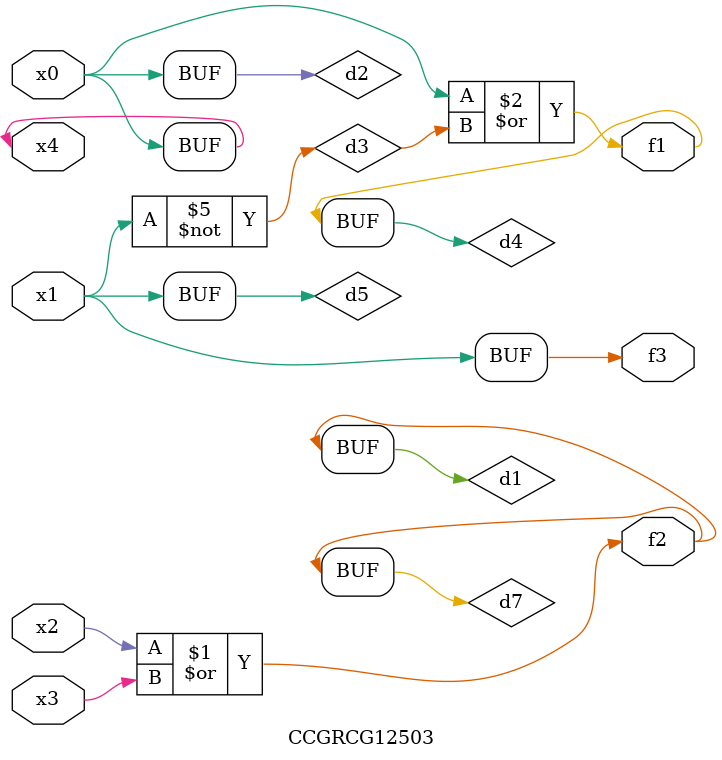
<source format=v>
module CCGRCG12503(
	input x0, x1, x2, x3, x4,
	output f1, f2, f3
);

	wire d1, d2, d3, d4, d5, d6, d7;

	or (d1, x2, x3);
	buf (d2, x0, x4);
	not (d3, x1);
	or (d4, d2, d3);
	not (d5, d3);
	nand (d6, d1, d3);
	or (d7, d1);
	assign f1 = d4;
	assign f2 = d7;
	assign f3 = d5;
endmodule

</source>
